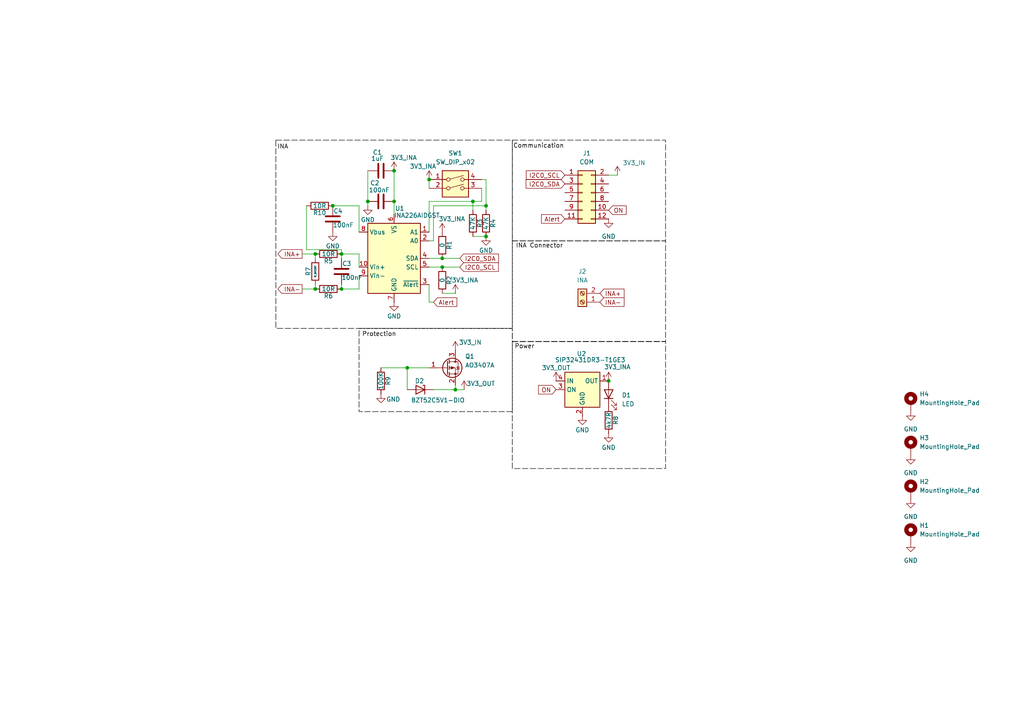
<source format=kicad_sch>
(kicad_sch (version 20250114) (generator "eeschema") (generator_version "9.0")
  (paper "A4")
  (title_block (title "INA_Board") (date "2025-11-15") (rev "1.1") (company "PKl"))
  (lib_symbols
    (symbol "Connector:Screw_Terminal_01x02" (pin_names (offset 1.016) (hide yes))
      (property "Reference" "J" (at 0 2.54 0))
      (property "Value" "Screw_Terminal_01x02" (at 0 -5.08 0))
      (symbol "Screw_Terminal_01x02_1_1"
        (rectangle (start -1.27 1.27) (end 1.27 -3.81) (stroke (width 0.254)) (fill (type background)))
        (polyline (pts (xy -0.5334 0.3302) (xy 0.3302 -0.508)) (stroke (width 0.1524)))
        (polyline (pts (xy -0.5334 -2.2098) (xy 0.3302 -3.048)) (stroke (width 0.1524)))
        (polyline (pts (xy -0.3556 0.508) (xy 0.508 -0.3302)) (stroke (width 0.1524)))
        (polyline (pts (xy -0.3556 -2.032) (xy 0.508 -2.8702)) (stroke (width 0.1524)))
        (circle (center 0 0) (radius 0.635) (stroke (width 0.1524)))
        (circle (center 0 -2.54) (radius 0.635) (stroke (width 0.1524)))
        (pin passive line (at -5.08 0 0) (length 3.81) (name "Pin_1") (number "1"))
        (pin passive line (at -5.08 -2.54 0) (length 3.81) (name "Pin_2") (number "2"))
      )
    )
    (symbol "Connector_Generic:Conn_02x06_Odd_Even" (pin_names (offset 1.016) (hide yes))
      (property "Reference" "J" (at 1.27 7.62 0))
      (property "Value" "Conn_02x06_Odd_Even" (at 1.27 -10.16 0))
      (symbol "Conn_02x06_Odd_Even_1_1"
        (rectangle (start -1.27 6.35) (end 3.81 -8.89) (stroke (width 0.254)) (fill (type background)))
        (rectangle (start -1.27 5.207) (end 0 4.953) (stroke (width 0.1524)))
        (rectangle (start -1.27 2.667) (end 0 2.413) (stroke (width 0.1524)))
        (rectangle (start -1.27 0.127) (end 0 -0.127) (stroke (width 0.1524)))
        (rectangle (start -1.27 -2.413) (end 0 -2.667) (stroke (width 0.1524)))
        (rectangle (start -1.27 -4.953) (end 0 -5.207) (stroke (width 0.1524)))
        (rectangle (start -1.27 -7.493) (end 0 -7.747) (stroke (width 0.1524)))
        (rectangle (start 3.81 5.207) (end 2.54 4.953) (stroke (width 0.1524)))
        (rectangle (start 3.81 2.667) (end 2.54 2.413) (stroke (width 0.1524)))
        (rectangle (start 3.81 0.127) (end 2.54 -0.127) (stroke (width 0.1524)))
        (rectangle (start 3.81 -2.413) (end 2.54 -2.667) (stroke (width 0.1524)))
        (rectangle (start 3.81 -4.953) (end 2.54 -5.207) (stroke (width 0.1524)))
        (rectangle (start 3.81 -7.493) (end 2.54 -7.747) (stroke (width 0.1524)))
        (pin passive line (at -5.08 5.08 0) (length 3.81) (name "Pin_1") (number "1"))
        (pin passive line (at -5.08 2.54 0) (length 3.81) (name "Pin_3") (number "3"))
        (pin passive line (at -5.08 0 0) (length 3.81) (name "Pin_5") (number "5"))
        (pin passive line (at -5.08 -2.54 0) (length 3.81) (name "Pin_7") (number "7"))
        (pin passive line (at -5.08 -5.08 0) (length 3.81) (name "Pin_9") (number "9"))
        (pin passive line (at -5.08 -7.62 0) (length 3.81) (name "Pin_11") (number "11"))
        (pin passive line (at 7.62 5.08 180) (length 3.81) (name "Pin_2") (number "2"))
        (pin passive line (at 7.62 2.54 180) (length 3.81) (name "Pin_4") (number "4"))
        (pin passive line (at 7.62 0 180) (length 3.81) (name "Pin_6") (number "6"))
        (pin passive line (at 7.62 -2.54 180) (length 3.81) (name "Pin_8") (number "8"))
        (pin passive line (at 7.62 -5.08 180) (length 3.81) (name "Pin_10") (number "10"))
        (pin passive line (at 7.62 -7.62 180) (length 3.81) (name "Pin_12") (number "12"))
      )
    )
    (symbol "Device:C" (pin_numbers (hide yes)) (pin_names (offset 0.254))
      (property "Reference" "C" (at 0.635 2.54 0))
      (property "Value" "C" (at 0.635 -2.54 0))
      (symbol "C_0_1"
        (polyline (pts (xy -2.032 0.762) (xy 2.032 0.762)) (stroke (width 0.508)))
        (polyline (pts (xy -2.032 -0.762) (xy 2.032 -0.762)) (stroke (width 0.508)))
      )
      (symbol "C_1_1"
        (pin passive line (at 0 3.81 270) (length 2.794) (name "~") (number "1"))
        (pin passive line (at 0 -3.81 90) (length 2.794) (name "~") (number "2"))
      )
    )
    (symbol "Device:LED" (pin_numbers (hide yes)) (pin_names (offset 1.016) (hide yes))
      (property "Reference" "D" (at 0 2.54 0))
      (property "Value" "LED" (at 0 -2.54 0))
      (symbol "LED_0_1"
        (polyline (pts (xy -3.048 -0.762) (xy -4.572 -2.286) (xy -3.81 -2.286) (xy -4.572 -2.286) (xy -4.572 -1.524)))
        (polyline (pts (xy -1.778 -0.762) (xy -3.302 -2.286) (xy -2.54 -2.286) (xy -3.302 -2.286) (xy -3.302 -1.524)))
        (polyline (pts (xy -1.27 0) (xy 1.27 0)))
        (polyline (pts (xy -1.27 -1.27) (xy -1.27 1.27)) (stroke (width 0.254)))
        (polyline (pts (xy 1.27 -1.27) (xy 1.27 1.27) (xy -1.27 0) (xy 1.27 -1.27)) (stroke (width 0.254)))
      )
      (symbol "LED_1_1"
        (pin passive line (at -3.81 0 0) (length 2.54) (name "K") (number "1"))
        (pin passive line (at 3.81 0 180) (length 2.54) (name "A") (number "2"))
      )
    )
    (symbol "Device:R" (pin_numbers (hide yes)) (pin_names (offset 0))
      (property "Reference" "R" (at 2.032 0 90))
      (property "Value" "R" (at 0 0 90))
      (symbol "R_0_1"
        (rectangle (start -1.016 -2.54) (end 1.016 2.54) (stroke (width 0.254)))
      )
      (symbol "R_1_1"
        (pin passive line (at 0 3.81 270) (length 1.27) (name "~") (number "1"))
        (pin passive line (at 0 -3.81 90) (length 1.27) (name "~") (number "2"))
      )
    )
    (symbol "Diode:BZT52Bxx" (pin_numbers (hide yes)) (pin_names (hide yes))
      (property "Reference" "D" (at 0 2.54 0))
      (property "Value" "BZT52Bxx" (at 0 -2.54 0))
      (symbol "BZT52Bxx_0_1"
        (polyline (pts (xy -1.27 -1.27) (xy -1.27 1.27) (xy -0.762 1.27)) (stroke (width 0.254)))
        (polyline (pts (xy 1.27 0) (xy -1.27 0)))
        (polyline (pts (xy 1.27 -1.27) (xy 1.27 1.27) (xy -1.27 0) (xy 1.27 -1.27)) (stroke (width 0.254)))
      )
      (symbol "BZT52Bxx_1_1"
        (pin passive line (at -3.81 0 0) (length 2.54) (name "K") (number "1"))
        (pin passive line (at 3.81 0 180) (length 2.54) (name "A") (number "2"))
      )
    )
    (symbol "Mechanical:MountingHole_Pad" (pin_numbers (hide yes)) (pin_names (offset 1.016) (hide yes)) (in_bom no)
      (property "Reference" "H" (at 0 6.35 0))
      (property "Value" "MountingHole_Pad" (at 0 4.445 0))
      (symbol "MountingHole_Pad_0_1"
        (circle (center 0 1.27) (radius 1.27) (stroke (width 1.27)))
      )
      (symbol "MountingHole_Pad_1_1"
        (pin input line (at 0 -2.54 90) (length 2.54) (name "1") (number "1"))
      )
    )
    (symbol "Power_Management:SiP32431DR3"
      (property "Reference" "U" (at 0 8.89 0))
      (property "Value" "SiP32431DR3" (at 0 6.35 0))
      (symbol "SiP32431DR3_0_1"
        (rectangle (start -5.08 5.08) (end 5.08 -5.08) (stroke (width 0.254)) (fill (type background)))
      )
      (symbol "SiP32431DR3_1_1"
        (pin passive line (at -7.62 2.54 0) (length 2.54) (name "IN") (number "4"))
        (pin input line (at -7.62 0 0) (length 2.54) (name "ON") (number "3"))
        (pin power_in line (at 0 -7.62 90) (length 2.54) (name "GND") (number "2"))
        (pin passive line (at 0 -7.62 90) (length 2.54) (hide yes) (name "GND") (number "5"))
        (pin no_connect line (at 5.08 0 180) (length 2.54) (hide yes) (name "NC") (number "6"))
        (pin passive line (at 7.62 2.54 180) (length 2.54) (name "OUT") (number "1"))
      )
    )
    (symbol "Sensor_Energy:INA226"
      (property "Reference" "U" (at -6.35 11.43 0))
      (property "Value" "INA226" (at 3.81 11.43 0))
      (symbol "INA226_0_1"
        (rectangle (start 7.62 10.16) (end -7.62 -10.16) (stroke (width 0.254)) (fill (type background)))
      )
      (symbol "INA226_1_1"
        (pin input line (at -10.16 7.62 0) (length 2.54) (name "Vbus") (number "8"))
        (pin input line (at -10.16 -2.54 0) (length 2.54) (name "Vin+") (number "10"))
        (pin input line (at -10.16 -5.08 0) (length 2.54) (name "Vin-") (number "9"))
        (pin power_in line (at 0 12.7 270) (length 2.54) (name "VS") (number "6"))
        (pin power_in line (at 0 -12.7 90) (length 2.54) (name "GND") (number "7"))
        (pin input line (at 10.16 7.62 180) (length 2.54) (name "A1") (number "1"))
        (pin input line (at 10.16 5.08 180) (length 2.54) (name "A0") (number "2"))
        (pin bidirectional line (at 10.16 0 180) (length 2.54) (name "SDA") (number "4"))
        (pin input line (at 10.16 -2.54 180) (length 2.54) (name "SCL") (number "5"))
        (pin open_collector line (at 10.16 -7.62 180) (length 2.54) (name "~{Alert}") (number "3"))
      )
    )
    (symbol "Switch:SW_DIP_x02" (pin_names (offset 0) (hide yes))
      (property "Reference" "SW" (at 0 6.35 0))
      (property "Value" "SW_DIP_x02" (at 0 -3.81 0))
      (symbol "SW_DIP_x02_0_0"
        (circle (center -2.032 2.54) (radius 0.508))
        (circle (center -2.032 0) (radius 0.508))
        (polyline (pts (xy -1.524 2.667) (xy 2.3622 3.7084)))
        (polyline (pts (xy -1.524 0.127) (xy 2.3622 1.1684)))
        (circle (center 2.032 2.54) (radius 0.508))
        (circle (center 2.032 0) (radius 0.508))
      )
      (symbol "SW_DIP_x02_0_1"
        (rectangle (start -3.81 5.08) (end 3.81 -2.54) (stroke (width 0.254)) (fill (type background)))
      )
      (symbol "SW_DIP_x02_1_1"
        (pin passive line (at -7.62 2.54 0) (length 5.08) (name "~") (number "1"))
        (pin passive line (at -7.62 0 0) (length 5.08) (name "~") (number "2"))
        (pin passive line (at 7.62 2.54 180) (length 5.08) (name "~") (number "4"))
        (pin passive line (at 7.62 0 180) (length 5.08) (name "~") (number "3"))
      )
    )
    (symbol "Transistor_FET:AO3401A" (pin_names (hide yes))
      (property "Reference" "Q" (at 5.08 1.905 0))
      (property "Value" "AO3401A" (at 5.08 0 0))
      (symbol "AO3401A_0_1"
        (polyline (pts (xy 0.254 1.905) (xy 0.254 -1.905)) (stroke (width 0.254)))
        (polyline (pts (xy 0.254 0) (xy -2.54 0)))
        (polyline (pts (xy 0.762 2.286) (xy 0.762 1.27)) (stroke (width 0.254)))
        (polyline (pts (xy 0.762 1.778) (xy 3.302 1.778) (xy 3.302 -1.778) (xy 0.762 -1.778)))
        (polyline (pts (xy 0.762 0.508) (xy 0.762 -0.508)) (stroke (width 0.254)))
        (polyline (pts (xy 0.762 -1.27) (xy 0.762 -2.286)) (stroke (width 0.254)))
        (circle (center 1.651 0) (radius 2.794) (stroke (width 0.254)))
        (polyline (pts (xy 2.286 0) (xy 1.27 0.381) (xy 1.27 -0.381) (xy 2.286 0)) (fill (type outline)))
        (polyline (pts (xy 2.54 2.54) (xy 2.54 1.778)))
        (circle (center 2.54 1.778) (radius 0.254) (fill (type outline)))
        (circle (center 2.54 -1.778) (radius 0.254) (fill (type outline)))
        (polyline (pts (xy 2.54 -2.54) (xy 2.54 0) (xy 0.762 0)))
        (polyline (pts (xy 2.794 -0.508) (xy 2.921 -0.381) (xy 3.683 -0.381) (xy 3.81 -0.254)))
        (polyline (pts (xy 3.302 -0.381) (xy 2.921 0.254) (xy 3.683 0.254) (xy 3.302 -0.381)))
      )
      (symbol "AO3401A_1_1"
        (pin input line (at -5.08 0 0) (length 2.54) (name "G") (number "1"))
        (pin passive line (at 2.54 5.08 270) (length 2.54) (name "D") (number "3"))
        (pin passive line (at 2.54 -5.08 90) (length 2.54) (name "S") (number "2"))
      )
    )
    (symbol "power:+3.3V" (power) (pin_numbers (hide yes)) (pin_names (offset 0) (hide yes))
      (property "Value" "+3.3V" (at 0 3.556 0))
      (symbol "+3.3V_0_1"
        (polyline (pts (xy -0.762 1.27) (xy 0 2.54)))
        (polyline (pts (xy 0 2.54) (xy 0.762 1.27)))
        (polyline (pts (xy 0 0) (xy 0 2.54)))
      )
      (symbol "+3.3V_1_1"
        (pin power_in line (at 0 0 90) (length 0) (name "~") (number "1"))
      )
    )
    (symbol "power:GND" (power) (pin_numbers (hide yes)) (pin_names (offset 0) (hide yes))
      (property "Value" "GND" (at 0 -3.81 0))
      (symbol "GND_0_1"
        (polyline (pts (xy 0 0) (xy 0 -1.27) (xy 1.27 -1.27) (xy 0 -2.54) (xy -1.27 -1.27) (xy 0 -1.27)))
      )
      (symbol "GND_1_1"
        (pin power_in line (at 0 0 270) (length 0) (name "~") (number "1"))
      )
    )
  )
  (rectangle (start 104.14 95.25) (end 148.59 119.38) (stroke (width 0) (type dash) (color 0 0 0 1)))
  (rectangle (start 148.59 40.64) (end 193.04 69.85) (stroke (width 0) (type dash) (color 0 0 0 1)))
  (rectangle (start 80.01 40.64) (end 148.59 95.25) (stroke (width 0) (type dash) (color 0 0 0 1)))
  (rectangle (start 148.59 99.06) (end 193.04 135.89) (stroke (width 0) (type dash) (color 0 0 0 1)))
  (rectangle (start 148.59 69.85) (end 193.04 99.06) (stroke (width 0) (type dash) (color 0 0 0 1)))
  (text "Protection" (at 109.982 97.028 0) (effects (font (size 1.27 1.27))))
  (text "INA Connector" (at 156.464 71.374 0) (effects (font (size 1.27 1.27))))
  (text "Power" (at 152.146 100.584 0) (effects (font (size 1.27 1.27))))
  (text "INA" (at 82.042 42.672 0) (effects (font (size 1.27 1.27))))
  (text "Communication" (at 156.21 42.418 0) (effects (font (size 1.27 1.27))))
  (junction (at 114.3 58.42))
  (junction (at 137.16 58.42))
  (junction (at 124.46 52.07))
  (junction (at 99.06 73.66))
  (junction (at 132.08 113.03))
  (junction (at 140.97 59.69))
  (junction (at 140.97 68.58))
  (junction (at 118.11 106.68))
  (junction (at 91.44 73.66))
  (junction (at 128.27 77.47))
  (junction (at 128.27 74.93))
  (junction (at 114.3 49.53))
  (junction (at 91.44 83.82))
  (junction (at 106.68 58.42))
  (junction (at 176.53 110.49))
  (junction (at 99.06 83.82))
  (junction (at 96.52 59.69))
  (wire (pts (xy 104.14 73.66) (xy 104.14 77.47)))
  (wire (pts (xy 88.9 59.69) (xy 88.9 72.39)))
  (wire (pts (xy 106.68 49.53) (xy 106.68 58.42)))
  (wire (pts (xy 124.46 52.07) (xy 124.46 54.61)))
  (wire (pts (xy 124.46 58.42) (xy 124.46 67.31)))
  (wire (pts (xy 91.44 82.55) (xy 91.44 83.82)))
  (wire (pts (xy 125.73 69.85) (xy 125.73 59.69)))
  (wire (pts (xy 132.08 111.76) (xy 132.08 113.03)))
  (wire (pts (xy 99.06 72.39) (xy 99.06 73.66)))
  (wire (pts (xy 91.44 73.66) (xy 91.44 74.93)))
  (wire (pts (xy 114.3 58.42) (xy 114.3 62.23)))
  (wire (pts (xy 125.73 59.69) (xy 140.97 59.69)))
  (wire (pts (xy 132.08 113.03) (xy 134.62 113.03)))
  (wire (pts (xy 133.35 77.47) (xy 128.27 77.47)))
  (wire (pts (xy 124.46 82.55) (xy 124.46 87.63)))
  (wire (pts (xy 87.63 83.82) (xy 91.44 83.82)))
  (wire (pts (xy 104.14 59.69) (xy 96.52 59.69)))
  (wire (pts (xy 104.14 67.31) (xy 104.14 59.69)))
  (wire (pts (xy 99.06 83.82) (xy 104.14 83.82)))
  (wire (pts (xy 124.46 87.63) (xy 125.73 87.63)))
  (wire (pts (xy 110.49 106.68) (xy 118.11 106.68)))
  (wire (pts (xy 99.06 73.66) (xy 104.14 73.66)))
  (wire (pts (xy 139.7 58.42) (xy 137.16 58.42)))
  (wire (pts (xy 87.63 73.66) (xy 91.44 73.66)))
  (wire (pts (xy 118.11 106.68) (xy 118.11 113.03)))
  (wire (pts (xy 104.14 80.01) (xy 104.14 83.82)))
  (wire (pts (xy 133.35 74.93) (xy 128.27 74.93)))
  (wire (pts (xy 137.16 68.58) (xy 140.97 68.58)))
  (wire (pts (xy 96.52 59.69) (xy 96.52 60.96)))
  (wire (pts (xy 140.97 52.07) (xy 139.7 52.07)))
  (wire (pts (xy 106.68 58.42) (xy 106.68 59.69)))
  (wire (pts (xy 114.3 49.53) (xy 114.3 58.42)))
  (wire (pts (xy 179.07 50.8) (xy 176.53 50.8)))
  (wire (pts (xy 128.27 77.47) (xy 124.46 77.47)))
  (wire (pts (xy 124.46 58.42) (xy 137.16 58.42)))
  (wire (pts (xy 137.16 58.42) (xy 137.16 60.96)))
  (wire (pts (xy 140.97 52.07) (xy 140.97 59.69)))
  (wire (pts (xy 140.97 59.69) (xy 140.97 60.96)))
  (wire (pts (xy 125.73 113.03) (xy 132.08 113.03)))
  (wire (pts (xy 99.06 73.66) (xy 99.06 74.93)))
  (wire (pts (xy 88.9 72.39) (xy 99.06 72.39)))
  (wire (pts (xy 128.27 74.93) (xy 124.46 74.93)))
  (wire (pts (xy 118.11 106.68) (xy 124.46 106.68)))
  (wire (pts (xy 99.06 83.82) (xy 99.06 82.55)))
  (wire (pts (xy 124.46 69.85) (xy 125.73 69.85)))
  (wire (pts (xy 139.7 54.61) (xy 139.7 58.42)))
  (wire (pts (xy 128.27 85.09) (xy 132.08 85.09)))
  (global_label "ON" (shape input) (at 161.29 113.03 180) (property "Intersheetrefs" "${INTERSHEET_REFS}" (effects (hide yes))))
  (global_label "I2C0_SCL" (shape input) (at 163.83 50.8 180) (property "Intersheetrefs" "${INTERSHEET_REFS}" (effects (hide yes))))
  (global_label "I2C0_SCL" (shape input) (at 133.35 77.47 0) (property "Intersheetrefs" "${INTERSHEET_REFS}" (effects (hide yes))))
  (global_label "Alert" (shape input) (at 163.83 63.5 180) (property "Intersheetrefs" "${INTERSHEET_REFS}" (effects (hide yes))))
  (global_label "ON" (shape input) (at 176.53 60.96 0) (property "Intersheetrefs" "${INTERSHEET_REFS}" (effects (hide yes))))
  (global_label "INA+" (shape output) (at 87.63 73.66 180) (property "Intersheetrefs" "${INTERSHEET_REFS}" (effects (hide yes))))
  (global_label "I2C0_SDA" (shape input) (at 163.83 53.34 180) (property "Intersheetrefs" "${INTERSHEET_REFS}" (effects (hide yes))))
  (global_label "INA-" (shape input) (at 173.99 87.63 0) (property "Intersheetrefs" "${INTERSHEET_REFS}" (effects (hide yes))))
  (global_label "I2C0_SDA" (shape input) (at 133.35 74.93 0) (property "Intersheetrefs" "${INTERSHEET_REFS}" (effects (hide yes))))
  (global_label "INA-" (shape output) (at 87.63 83.82 180) (property "Intersheetrefs" "${INTERSHEET_REFS}" (effects (hide yes))))
  (global_label "Alert" (shape input) (at 125.73 87.63 0) (property "Intersheetrefs" "${INTERSHEET_REFS}" (effects (hide yes))))
  (global_label "INA+" (shape input) (at 173.99 85.09 0) (property "Intersheetrefs" "${INTERSHEET_REFS}" (effects (hide yes))))
  (symbol (lib_id "Device:C") (at 96.52 63.5 180) (unit 1)
    (property "Reference" "C4" (at 98.044 61.214 0))
    (property "Value" "100nF" (at 99.568 65.278 0))
    (property "Footprint" "Capacitor_SMD:C_0805_2012Metric" (effects (hide yes)))
    (property "Description" "Unpolarized capacitor" (effects (hide yes)))
  )
  (symbol (lib_id "Power_Management:SiP32431DR3") (at 168.91 113.03 0) (unit 1)
    (property "Reference" "U2" (at 168.656 102.616 0))
    (property "Value" "SIP32431DR3-T1GE3" (at 171.196 104.394 0))
    (property "Footprint" "Package_TO_SOT_SMD:SOT-363_SC-70-6" (effects (hide yes)))
    (property "Datasheet" "http://www.vishay.com.hk/docs/66597/sip32431.pdf" (effects (hide yes)))
    (property "Description" "10 pA, Ultra Low Leakage and Quiescent Current, Load Switch with Reverse Blocking, High Enable, SC-70-6" (effects (hide yes)))
  )
  (symbol (lib_id "power:GND") (at 264.16 144.78 0) (unit 1)
    (property "Reference" "#PWR077" (effects (hide yes)))
    (property "Value" "GND" (at 264.16 149.86 0))
    (property "Description" "Power symbol creates a global label with name \"GND\" , ground" (effects (hide yes)))
  )
  (symbol (lib_id "Device:R") (at 92.71 59.69 90) (unit 1)
    (property "Reference" "R10" (at 92.71 61.722 90))
    (property "Value" "10R" (at 92.71 59.69 90))
    (property "Footprint" "Resistor_SMD:R_0805_2012Metric" (effects (hide yes)))
    (property "Description" "Resistor" (effects (hide yes)))
  )
  (symbol (lib_id "power:+3.3V") (at 176.53 110.49 0) (unit 1)
    (property "Reference" "#PWR03" (effects (hide yes)))
    (property "Value" "3V3_INA" (at 179.07 106.426 0))
    (property "Description" "Power symbol creates a global label with name \"+3.3V\"" (effects (hide yes)))
  )
  (symbol (lib_id "Diode:BZT52Bxx") (at 121.92 113.03 0) (mirror y) (unit 1)
    (property "Reference" "D2" (at 121.666 110.49 0))
    (property "Value" "BZT52C5V1-DIO" (at 127 116.078 0))
    (property "Footprint" "Diode_SMD:D_SOD-123F" (effects (hide yes)))
    (property "Datasheet" "https://diotec.com/tl_files/diotec/files/pdf/datasheets/bzt52b2v4.pdf" (effects (hide yes)))
    (property "Description" "500mW Zener Diode, SOD-123F" (effects (hide yes)))
  )
  (symbol (lib_id "Device:R") (at 95.25 83.82 90) (unit 1)
    (property "Reference" "R6" (at 95.25 85.852 90))
    (property "Value" "10R" (at 95.25 83.82 90))
    (property "Footprint" "Resistor_SMD:R_0805_2012Metric" (effects (hide yes)))
    (property "Description" "Resistor" (effects (hide yes)))
  )
  (symbol (lib_id "Device:R") (at 95.25 73.66 90) (unit 1)
    (property "Reference" "R5" (at 95.25 75.692 90))
    (property "Value" "10R" (at 95.25 73.66 90))
    (property "Footprint" "Resistor_SMD:R_0805_2012Metric" (effects (hide yes)))
    (property "Description" "Resistor" (effects (hide yes)))
  )
  (symbol (lib_id "power:+3.3V") (at 132.08 101.6 0) (unit 1)
    (property "Reference" "#PWR0101" (effects (hide yes)))
    (property "Value" "3V3_IN" (at 136.398 99.314 0))
    (property "Description" "Power symbol creates a global label with name \"+3.3V\"" (effects (hide yes)))
  )
  (symbol (lib_id "Mechanical:MountingHole_Pad") (at 264.16 116.84 0) (unit 1) (in_bom no)
    (property "Reference" "H4" (at 266.7 114.2999 0) (effects (justify left)))
    (property "Value" "MountingHole_Pad" (at 266.7 116.8399 0) (effects (justify left)))
    (property "Footprint" "MountingHole:MountingHole_3.2mm_M3_DIN965_Pad" (effects (hide yes)))
    (property "Description" "Mounting Hole with connection" (effects (hide yes)))
  )
  (symbol (lib_id "power:GND") (at 168.91 120.65 0) (unit 1)
    (property "Reference" "#PWR02" (effects (hide yes)))
    (property "Value" "GND" (at 168.91 124.714 0))
    (property "Description" "Power symbol creates a global label with name \"GND\" , ground" (effects (hide yes)))
  )
  (symbol (lib_id "Mechanical:MountingHole_Pad") (at 264.16 129.54 0) (unit 1) (in_bom no)
    (property "Reference" "H3" (at 266.7 126.9999 0) (effects (justify left)))
    (property "Value" "MountingHole_Pad" (at 266.7 129.5399 0) (effects (justify left)))
    (property "Footprint" "MountingHole:MountingHole_3.2mm_M3_DIN965_Pad" (effects (hide yes)))
    (property "Description" "Mounting Hole with connection" (effects (hide yes)))
  )
  (symbol (lib_id "power:GND") (at 264.16 157.48 0) (unit 1)
    (property "Reference" "#PWR078" (effects (hide yes)))
    (property "Value" "GND" (at 264.16 162.56 0))
    (property "Description" "Power symbol creates a global label with name \"GND\" , ground" (effects (hide yes)))
  )
  (symbol (lib_id "power:GND") (at 264.16 119.38 0) (unit 1)
    (property "Reference" "#PWR0132" (effects (hide yes)))
    (property "Value" "GND" (at 264.16 124.46 0))
    (property "Description" "Power symbol creates a global label with name \"GND\" , ground" (effects (hide yes)))
  )
  (symbol (lib_id "power:+3.3V") (at 132.08 85.09 0) (unit 1)
    (property "Reference" "#PWR0116" (effects (hide yes)))
    (property "Value" "3V3_INA" (at 134.874 81.28 0))
    (property "Description" "Power symbol creates a global label with name \"+3.3V\"" (effects (hide yes)))
  )
  (symbol (lib_id "power:GND") (at 114.3 87.63 0) (unit 1)
    (property "Reference" "#PWR053" (effects (hide yes)))
    (property "Value" "GND" (at 114.3 91.694 0))
    (property "Description" "Power symbol creates a global label with name \"GND\" , ground" (effects (hide yes)))
  )
  (symbol (lib_id "Sensor_Energy:INA226") (at 114.3 74.93 0) (unit 1)
    (property "Reference" "U1" (at 114.554 60.452 0) (effects (justify left)))
    (property "Value" "INA226AIDGST" (at 114.3 62.484 0) (effects (justify left)))
    (property "Footprint" "Package_SO:VSSOP-10_3x3mm_P0.5mm" (effects (hide yes)))
    (property "Datasheet" "http://www.ti.com/lit/ds/symlink/ina226.pdf" (effects (hide yes)))
    (property "Description" "High-Side or Low-Side Measurement, Bi-Directional Current and Power Monitor (0-36V) with I2C Compatible Interface, VSSOP-10" (effects (hide yes)))
  )
  (symbol (lib_id "Device:R") (at 140.97 64.77 180) (unit 1)
    (property "Reference" "R4" (at 143.002 64.77 90))
    (property "Value" "47K" (at 140.97 64.77 90))
    (property "Footprint" "Resistor_SMD:R_0805_2012Metric" (effects (hide yes)))
    (property "Description" "Resistor" (effects (hide yes)))
  )
  (symbol (lib_id "Device:R") (at 176.53 121.92 180) (unit 1)
    (property "Reference" "R8" (at 178.562 121.92 90))
    (property "Value" "4k7R" (at 176.53 121.92 90))
    (property "Footprint" "Resistor_SMD:R_0805_2012Metric" (effects (hide yes)))
    (property "Description" "Resistor" (effects (hide yes)))
  )
  (symbol (lib_id "Mechanical:MountingHole_Pad") (at 264.16 142.24 0) (unit 1) (in_bom no)
    (property "Reference" "H2" (at 266.7 139.6999 0) (effects (justify left)))
    (property "Value" "MountingHole_Pad" (at 266.7 142.2399 0) (effects (justify left)))
    (property "Footprint" "MountingHole:MountingHole_3.2mm_M3_DIN965_Pad" (effects (hide yes)))
    (property "Description" "Mounting Hole with connection" (effects (hide yes)))
  )
  (symbol (lib_id "Device:R") (at 91.44 78.74 0) (unit 1)
    (property "Reference" "R7" (at 89.408 78.74 90))
    (property "Value" "R_SHUNT" (at 91.44 78.74 90) (effects (font (size 0.508 0.508))))
    (property "Footprint" "Resistor_SMD:R_2512_6332Metric" (effects (hide yes)))
    (property "Description" "Resistor" (effects (hide yes)))
  )
  (symbol (lib_id "Transistor_FET:AO3401A") (at 129.54 106.68 0) (unit 1)
    (property "Reference" "Q1" (at 134.874 103.378 0) (effects (justify left)))
    (property "Value" "AO3407A" (at 134.874 105.918 0) (effects (justify left)))
    (property "Footprint" "Package_TO_SOT_SMD:SOT-23" (effects (hide yes)))
    (property "Datasheet" "http://www.aosmd.com/pdfs/datasheet/AO3401A.pdf" (effects (hide yes)))
    (property "Description" "-4.0A Id, -30V Vds, P-Channel MOSFET, SOT-23" (effects (hide yes)))
  )
  (symbol (lib_id "power:GND") (at 96.52 67.31 0) (unit 1)
    (property "Reference" "#PWR06" (effects (hide yes)))
    (property "Value" "GND" (at 96.52 71.374 0))
    (property "Description" "Power symbol creates a global label with name \"GND\" , ground" (effects (hide yes)))
  )
  (symbol (lib_id "power:GND") (at 264.16 132.08 0) (unit 1)
    (property "Reference" "#PWR0131" (effects (hide yes)))
    (property "Value" "GND" (at 264.16 137.16 0))
    (property "Description" "Power symbol creates a global label with name \"GND\" , ground" (effects (hide yes)))
  )
  (symbol (lib_id "power:GND") (at 176.53 125.73 0) (unit 1)
    (property "Reference" "#PWR04" (effects (hide yes)))
    (property "Value" "GND" (at 176.53 129.794 0))
    (property "Description" "Power symbol creates a global label with name \"GND\" , ground" (effects (hide yes)))
  )
  (symbol (lib_id "Device:C") (at 99.06 78.74 180) (unit 1)
    (property "Reference" "C3" (at 100.584 76.454 0))
    (property "Value" "100nF" (at 102.108 80.518 0))
    (property "Footprint" "Capacitor_SMD:C_0805_2012Metric" (effects (hide yes)))
    (property "Description" "Unpolarized capacitor" (effects (hide yes)))
  )
  (symbol (lib_id "Connector_Generic:Conn_02x06_Odd_Even") (at 168.91 55.88 0) (unit 1)
    (property "Reference" "J1" (at 170.18 44.45 0))
    (property "Value" "COM" (at 170.18 46.99 0))
    (property "Footprint" "Connector_PinHeader_2.54mm:PinHeader_2x06_P2.54mm_Vertical" (effects (hide yes)))
    (property "Description" "Generic connector, double row, 02x06, odd/even pin numbering scheme (row 1 odd numbers, row 2 even numbers), script generated (kicad-library-utils/schlib/autogen/connector/)" (effects (hide yes)))
  )
  (symbol (lib_id "Device:LED") (at 176.53 114.3 90) (unit 1)
    (property "Reference" "D1" (at 180.34 114.6174 90) (effects (justify right)))
    (property "Value" "LED" (at 180.34 117.1574 90) (effects (justify right)))
    (property "Footprint" "LED_SMD:LED_0805_2012Metric" (effects (hide yes)))
    (property "Description" "Light emitting diode" (effects (hide yes)))
    (property "Sim.Pins" "1=K 2=A" (effects (hide yes)))
  )
  (symbol (lib_id "Switch:SW_DIP_x02") (at 132.08 54.61 0) (unit 1)
    (property "Reference" "SW1" (at 132.08 44.45 0))
    (property "Value" "SW_DIP_x02" (at 132.08 46.99 0))
    (property "Footprint" "Button_Switch_THT:SW_DIP_SPSTx02_Slide_9.78x7.26mm_W7.62mm_P2.54mm" (effects (hide yes)))
    (property "Description" "2x DIP Switch, Single Pole Single Throw (SPST) switch, small symbol" (effects (hide yes)))
  )
  (symbol (lib_id "power:+3.3V") (at 124.46 52.07 0) (unit 1)
    (property "Reference" "#PWR057" (effects (hide yes)))
    (property "Value" "3V3_INA" (at 122.682 48.26 0))
    (property "Description" "Power symbol creates a global label with name \"+3.3V\"" (effects (hide yes)))
  )
  (symbol (lib_id "Mechanical:MountingHole_Pad") (at 264.16 154.94 0) (unit 1) (in_bom no)
    (property "Reference" "H1" (at 266.7 152.3999 0) (effects (justify left)))
    (property "Value" "MountingHole_Pad" (at 266.7 154.9399 0) (effects (justify left)))
    (property "Footprint" "MountingHole:MountingHole_3.2mm_M3_DIN965_Pad" (effects (hide yes)))
    (property "Description" "Mounting Hole with connection" (effects (hide yes)))
  )
  (symbol (lib_id "Device:C") (at 110.49 49.53 270) (unit 1)
    (property "Reference" "C1" (at 109.474 44.196 90))
    (property "Value" "1uF" (at 109.474 45.974 90))
    (property "Footprint" "Capacitor_SMD:C_0603_1608Metric" (effects (hide yes)))
    (property "Description" "Unpolarized capacitor" (effects (hide yes)))
  )
  (symbol (lib_id "power:+3.3V") (at 161.29 110.49 0) (unit 1)
    (property "Reference" "#PWR01" (effects (hide yes)))
    (property "Value" "3V3_OUT" (at 161.29 106.68 0))
    (property "Description" "Power symbol creates a global label with name \"+3.3V\"" (effects (hide yes)))
  )
  (symbol (lib_id "Device:R") (at 137.16 64.77 180) (unit 1)
    (property "Reference" "R3" (at 139.192 64.77 90))
    (property "Value" "47K" (at 137.16 64.77 90))
    (property "Footprint" "Resistor_SMD:R_0805_2012Metric" (effects (hide yes)))
    (property "Description" "Resistor" (effects (hide yes)))
  )
  (symbol (lib_id "Connector:Screw_Terminal_01x02") (at 168.91 87.63 180) (unit 1)
    (property "Reference" "J2" (at 168.91 78.74 0))
    (property "Value" "INA" (at 168.91 81.28 0))
    (property "Footprint" "TerminalBlock_Phoenix:TerminalBlock_Phoenix_MKDS-1,5-2_1x02_P5.00mm_Horizontal" (effects (hide yes)))
    (property "Description" "Generic screw terminal, single row, 01x02, script generated (kicad-library-utils/schlib/autogen/connector/)" (effects (hide yes)))
  )
  (symbol (lib_id "power:+3.3V") (at 134.62 113.03 0) (unit 1)
    (property "Reference" "#PWR0102" (effects (hide yes)))
    (property "Value" "3V3_OUT" (at 139.446 111.252 0))
    (property "Description" "Power symbol creates a global label with name \"+3.3V\"" (effects (hide yes)))
  )
  (symbol (lib_id "Device:R") (at 128.27 81.28 180) (unit 1)
    (property "Reference" "R2" (at 130.302 81.28 90))
    (property "Value" "0" (at 128.27 81.28 90))
    (property "Footprint" "Resistor_SMD:R_0805_2012Metric" (effects (hide yes)))
    (property "Description" "Resistor" (effects (hide yes)))
  )
  (symbol (lib_id "Device:R") (at 128.27 71.12 180) (unit 1)
    (property "Reference" "R1" (at 130.302 71.12 90))
    (property "Value" "0" (at 128.27 71.12 90))
    (property "Footprint" "Resistor_SMD:R_0805_2012Metric" (effects (hide yes)))
    (property "Description" "Resistor" (effects (hide yes)))
  )
  (symbol (lib_id "Device:C") (at 110.49 58.42 270) (unit 1)
    (property "Reference" "C2" (at 108.712 53.086 90))
    (property "Value" "100nF" (at 109.982 55.118 90))
    (property "Footprint" "Capacitor_SMD:C_0805_2012Metric" (effects (hide yes)))
    (property "Description" "Unpolarized capacitor" (effects (hide yes)))
  )
  (symbol (lib_id "power:GND") (at 176.53 63.5 0) (unit 1)
    (property "Reference" "#PWR07" (effects (hide yes)))
    (property "Value" "GND" (at 176.53 68.58 0))
    (property "Description" "Power symbol creates a global label with name \"GND\" , ground" (effects (hide yes)))
  )
  (symbol (lib_id "power:+3.3V") (at 179.07 50.8 0) (unit 1)
    (property "Reference" "#PWR05" (effects (hide yes)))
    (property "Value" "3V3_IN" (at 183.896 47.244 0))
    (property "Description" "Power symbol creates a global label with name \"+3.3V\"" (effects (hide yes)))
  )
  (symbol (lib_id "power:GND") (at 106.68 59.69 0) (unit 1)
    (property "Reference" "#PWR054" (effects (hide yes)))
    (property "Value" "GND" (at 106.68 63.754 0))
    (property "Description" "Power symbol creates a global label with name \"GND\" , ground" (effects (hide yes)))
  )
  (symbol (lib_id "power:+3.3V") (at 128.27 67.31 0) (unit 1)
    (property "Reference" "#PWR0115" (effects (hide yes)))
    (property "Value" "3V3_INA" (at 131.064 63.5 0))
    (property "Description" "Power symbol creates a global label with name \"+3.3V\"" (effects (hide yes)))
  )
  (symbol (lib_id "power:GND") (at 140.97 68.58 0) (unit 1)
    (property "Reference" "#PWR058" (effects (hide yes)))
    (property "Value" "GND" (at 140.97 72.644 0))
    (property "Description" "Power symbol creates a global label with name \"GND\" , ground" (effects (hide yes)))
  )
  (symbol (lib_id "power:+3.3V") (at 114.3 49.53 0) (unit 1)
    (property "Reference" "#PWR055" (effects (hide yes)))
    (property "Value" "3V3_INA" (at 117.094 45.72 0))
    (property "Description" "Power symbol creates a global label with name \"+3.3V\"" (effects (hide yes)))
  )
  (symbol (lib_id "Device:R") (at 110.49 110.49 180) (unit 1)
    (property "Reference" "R9" (at 112.522 110.49 90))
    (property "Value" "100K" (at 110.49 110.49 90))
    (property "Footprint" "Resistor_SMD:R_0805_2012Metric" (effects (hide yes)))
    (property "Description" "Resistor" (effects (hide yes)))
  )
  (symbol (lib_id "power:GND") (at 110.49 114.3 0) (unit 1)
    (property "Reference" "#PWR081" (effects (hide yes)))
    (property "Value" "GND" (at 114.046 115.824 0))
    (property "Description" "Power symbol creates a global label with name \"GND\" , ground" (effects (hide yes)))
  )
)
</source>
